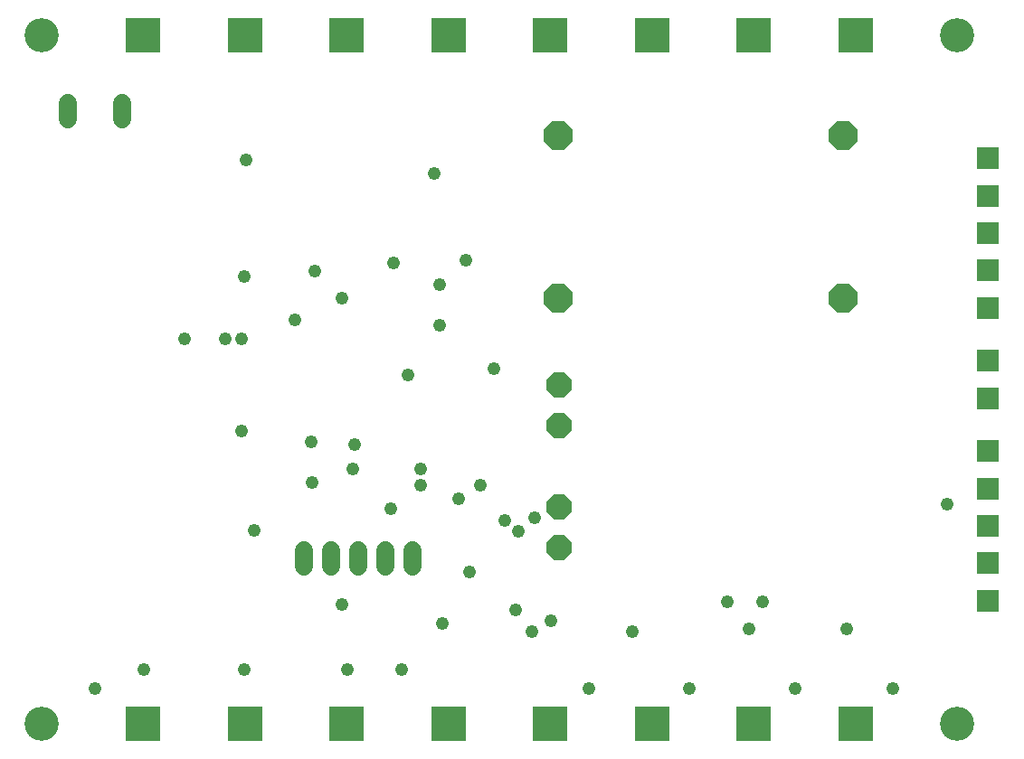
<source format=gbr>
G04 EAGLE Gerber RS-274X export*
G75*
%MOMM*%
%FSLAX34Y34*%
%LPD*%
%INSoldermask Bottom*%
%IPPOS*%
%AMOC8*
5,1,8,0,0,1.08239X$1,22.5*%
G01*
%ADD10P,2.492961X8X22.500000*%
%ADD11P,2.969212X8X22.500000*%
%ADD12C,1.727200*%
%ADD13R,3.203200X3.203200*%
%ADD14C,3.203200*%
%ADD15R,2.153200X2.153200*%
%ADD16C,1.209600*%


D10*
X518160Y350520D03*
X518160Y312420D03*
X518160Y236220D03*
X518160Y198120D03*
D11*
X516890Y584200D03*
X783590Y584200D03*
X516890Y431800D03*
X783590Y431800D03*
D12*
X109220Y599440D02*
X109220Y614680D01*
X58420Y614680D02*
X58420Y599440D01*
X381000Y195580D02*
X381000Y180340D01*
X355600Y180340D02*
X355600Y195580D01*
X330200Y195580D02*
X330200Y180340D01*
X304800Y180340D02*
X304800Y195580D01*
X279400Y195580D02*
X279400Y180340D01*
D13*
X128905Y678180D03*
X224155Y678180D03*
X319405Y678180D03*
X414655Y678180D03*
X509905Y678180D03*
X605155Y678180D03*
X700405Y678180D03*
X795655Y678180D03*
D14*
X33655Y678180D03*
X890905Y678180D03*
D13*
X795655Y33020D03*
X700405Y33020D03*
X605155Y33020D03*
X509905Y33020D03*
X414655Y33020D03*
X319405Y33020D03*
X224155Y33020D03*
X128905Y33020D03*
D14*
X890905Y33020D03*
X33655Y33020D03*
D15*
X919480Y562760D03*
X919480Y527760D03*
X919480Y492760D03*
X919480Y457760D03*
X919480Y422760D03*
X919480Y288440D03*
X919480Y253440D03*
X919480Y218440D03*
X919480Y183440D03*
X919480Y148440D03*
X919480Y373100D03*
X919480Y338100D03*
D16*
X223520Y452120D03*
X401320Y548640D03*
X285750Y297180D03*
X232410Y214630D03*
X360680Y234950D03*
X388620Y271780D03*
X376560Y360200D03*
X223520Y83820D03*
X314960Y144780D03*
X129540Y83820D03*
X695960Y121920D03*
X787400Y121920D03*
X467360Y223520D03*
X167640Y393700D03*
X270510Y411480D03*
X457200Y365760D03*
X430530Y467360D03*
X363220Y464820D03*
X492760Y119380D03*
X586740Y119380D03*
X320040Y83820D03*
X224790Y561340D03*
X424180Y243840D03*
X495300Y226060D03*
X220980Y307340D03*
X205740Y393700D03*
X325120Y271780D03*
X480060Y213360D03*
X83820Y66040D03*
X830580Y66040D03*
X739140Y66040D03*
X546100Y66040D03*
X640080Y66040D03*
X675640Y147320D03*
X708660Y147320D03*
X370840Y83820D03*
X408940Y127000D03*
X434340Y175260D03*
X220980Y393700D03*
X287020Y259080D03*
X388620Y256540D03*
X444500Y256540D03*
X326390Y294640D03*
X510540Y129540D03*
X477520Y139700D03*
X314960Y431800D03*
X289560Y457200D03*
X881380Y238760D03*
X406400Y444500D03*
X406400Y406400D03*
M02*

</source>
